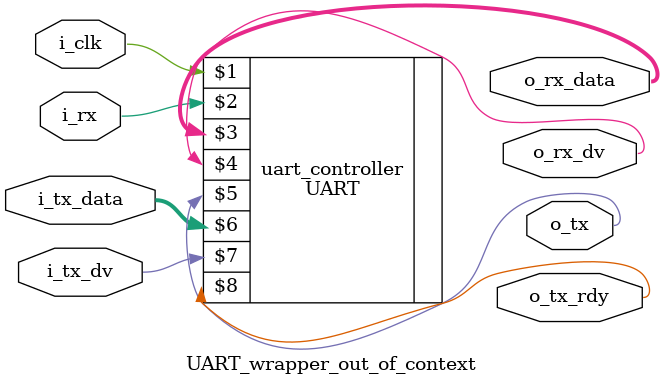
<source format=v>

module UART_wrapper_out_of_context(
        input               i_clk,
        input               i_rx,
        output  wire [7:0]  o_rx_data,
        output  wire         o_rx_dv,
        output  wire         o_tx,
        input       [7:0]   i_tx_data,
        input               i_tx_dv,
        output  wire         o_tx_rdy
    );

    UART #(
        .CLK_FREQ(12_000_000),
        .BAUD_RATE(2_000_000)
        ) uart_controller(
        i_clk,
        i_rx,
        o_rx_data,
        o_rx_dv,
        o_tx,
        i_tx_data,
        i_tx_dv,
        o_tx_rdy
    );
endmodule

</source>
